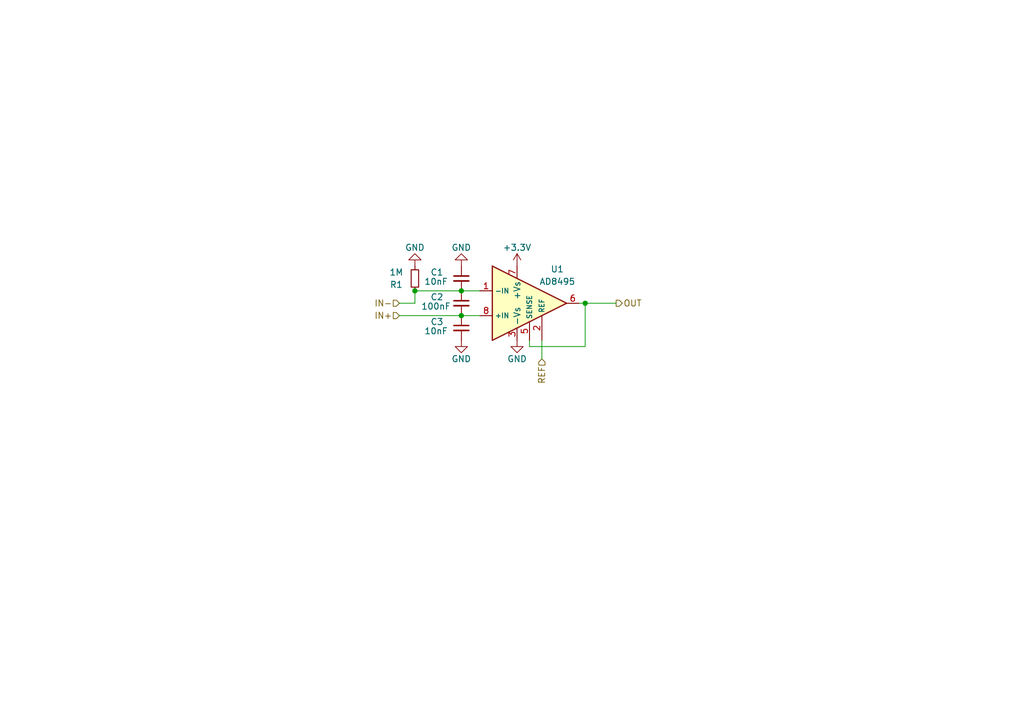
<source format=kicad_sch>
(kicad_sch (version 20230121) (generator eeschema)

  (uuid b4f0b612-9ee7-40b7-a353-6fd54d9a5871)

  (paper "A5")

  (lib_symbols
    (symbol "Device:C_Small" (pin_numbers hide) (pin_names (offset 0.254) hide) (in_bom yes) (on_board yes)
      (property "Reference" "C" (at 0.254 1.778 0)
        (effects (font (size 1.27 1.27)) (justify left))
      )
      (property "Value" "C_Small" (at 0.254 -2.032 0)
        (effects (font (size 1.27 1.27)) (justify left))
      )
      (property "Footprint" "" (at 0 0 0)
        (effects (font (size 1.27 1.27)) hide)
      )
      (property "Datasheet" "~" (at 0 0 0)
        (effects (font (size 1.27 1.27)) hide)
      )
      (property "ki_keywords" "capacitor cap" (at 0 0 0)
        (effects (font (size 1.27 1.27)) hide)
      )
      (property "ki_description" "Unpolarized capacitor, small symbol" (at 0 0 0)
        (effects (font (size 1.27 1.27)) hide)
      )
      (property "ki_fp_filters" "C_*" (at 0 0 0)
        (effects (font (size 1.27 1.27)) hide)
      )
      (symbol "C_Small_0_1"
        (polyline
          (pts
            (xy -1.524 -0.508)
            (xy 1.524 -0.508)
          )
          (stroke (width 0.3302) (type default))
          (fill (type none))
        )
        (polyline
          (pts
            (xy -1.524 0.508)
            (xy 1.524 0.508)
          )
          (stroke (width 0.3048) (type default))
          (fill (type none))
        )
      )
      (symbol "C_Small_1_1"
        (pin passive line (at 0 2.54 270) (length 2.032)
          (name "~" (effects (font (size 1.27 1.27))))
          (number "1" (effects (font (size 1.27 1.27))))
        )
        (pin passive line (at 0 -2.54 90) (length 2.032)
          (name "~" (effects (font (size 1.27 1.27))))
          (number "2" (effects (font (size 1.27 1.27))))
        )
      )
    )
    (symbol "Device:R_Small" (pin_numbers hide) (pin_names (offset 0.254) hide) (in_bom yes) (on_board yes)
      (property "Reference" "R" (at 0.762 0.508 0)
        (effects (font (size 1.27 1.27)) (justify left))
      )
      (property "Value" "R_Small" (at 0.762 -1.016 0)
        (effects (font (size 1.27 1.27)) (justify left))
      )
      (property "Footprint" "" (at 0 0 0)
        (effects (font (size 1.27 1.27)) hide)
      )
      (property "Datasheet" "~" (at 0 0 0)
        (effects (font (size 1.27 1.27)) hide)
      )
      (property "ki_keywords" "R resistor" (at 0 0 0)
        (effects (font (size 1.27 1.27)) hide)
      )
      (property "ki_description" "Resistor, small symbol" (at 0 0 0)
        (effects (font (size 1.27 1.27)) hide)
      )
      (property "ki_fp_filters" "R_*" (at 0 0 0)
        (effects (font (size 1.27 1.27)) hide)
      )
      (symbol "R_Small_0_1"
        (rectangle (start -0.762 1.778) (end 0.762 -1.778)
          (stroke (width 0.2032) (type default))
          (fill (type none))
        )
      )
      (symbol "R_Small_1_1"
        (pin passive line (at 0 2.54 270) (length 0.762)
          (name "~" (effects (font (size 1.27 1.27))))
          (number "1" (effects (font (size 1.27 1.27))))
        )
        (pin passive line (at 0 -2.54 90) (length 0.762)
          (name "~" (effects (font (size 1.27 1.27))))
          (number "2" (effects (font (size 1.27 1.27))))
        )
      )
    )
    (symbol "Sensor_Temperature:AD8495" (in_bom yes) (on_board yes)
      (property "Reference" "U" (at 5.08 3.81 0)
        (effects (font (size 1.27 1.27)))
      )
      (property "Value" "AD8495" (at 8.89 -3.81 0)
        (effects (font (size 1.27 1.27)))
      )
      (property "Footprint" "Package_SO:MSOP-8_3x3mm_P0.65mm" (at 22.86 -6.35 0)
        (effects (font (size 1.27 1.27)) hide)
      )
      (property "Datasheet" "https://www.analog.com/media/en/technical-documentation/data-sheets/ad8494_8495_8496_8497.pdf" (at 0 0 0)
        (effects (font (size 1.27 1.27)) hide)
      )
      (property "ki_keywords" "Thermocouple Amp" (at 0 0 0)
        (effects (font (size 1.27 1.27)) hide)
      )
      (property "ki_description" "Precision Thermocouple Amplifiers with Cold Junction Compensation, K-Type Thermocouple, 0 to 50C, MSOP-8" (at 0 0 0)
        (effects (font (size 1.27 1.27)) hide)
      )
      (property "ki_fp_filters" "MSOP*8*" (at 0 0 0)
        (effects (font (size 1.27 1.27)) hide)
      )
      (symbol "AD8495_0_1"
        (polyline
          (pts
            (xy -7.62 7.62)
            (xy 7.62 0)
            (xy -7.62 -7.62)
            (xy -7.62 7.62)
          )
          (stroke (width 0.254) (type default))
          (fill (type background))
        )
      )
      (symbol "AD8495_1_1"
        (pin input line (at -10.16 2.54 0) (length 2.54)
          (name "-IN" (effects (font (size 1.016 1.016))))
          (number "1" (effects (font (size 1.27 1.27))))
        )
        (pin input line (at 2.54 -7.62 90) (length 5.08)
          (name "REF" (effects (font (size 1.016 1.016))))
          (number "2" (effects (font (size 1.27 1.27))))
        )
        (pin power_in line (at -2.54 -7.62 90) (length 2.54)
          (name "-Vs" (effects (font (size 1.27 1.27))))
          (number "3" (effects (font (size 1.27 1.27))))
        )
        (pin no_connect line (at -5.08 0 180) (length 2.54) hide
          (name "NC" (effects (font (size 1.27 1.27))))
          (number "4" (effects (font (size 1.27 1.27))))
        )
        (pin passive line (at 0 -7.62 90) (length 3.81)
          (name "SENSE" (effects (font (size 1.016 1.016))))
          (number "5" (effects (font (size 1.27 1.27))))
        )
        (pin output line (at 10.16 0 180) (length 2.54)
          (name "~" (effects (font (size 1.27 1.27))))
          (number "6" (effects (font (size 1.27 1.27))))
        )
        (pin power_in line (at -2.54 7.62 270) (length 2.54)
          (name "+Vs" (effects (font (size 1.27 1.27))))
          (number "7" (effects (font (size 1.27 1.27))))
        )
        (pin input line (at -10.16 -2.54 0) (length 2.54)
          (name "+IN" (effects (font (size 1.016 1.016))))
          (number "8" (effects (font (size 1.27 1.27))))
        )
      )
    )
    (symbol "power:+3.3V" (power) (pin_names (offset 0)) (in_bom yes) (on_board yes)
      (property "Reference" "#PWR" (at 0 -3.81 0)
        (effects (font (size 1.27 1.27)) hide)
      )
      (property "Value" "+3.3V" (at 0 3.556 0)
        (effects (font (size 1.27 1.27)))
      )
      (property "Footprint" "" (at 0 0 0)
        (effects (font (size 1.27 1.27)) hide)
      )
      (property "Datasheet" "" (at 0 0 0)
        (effects (font (size 1.27 1.27)) hide)
      )
      (property "ki_keywords" "global power" (at 0 0 0)
        (effects (font (size 1.27 1.27)) hide)
      )
      (property "ki_description" "Power symbol creates a global label with name \"+3.3V\"" (at 0 0 0)
        (effects (font (size 1.27 1.27)) hide)
      )
      (symbol "+3.3V_0_1"
        (polyline
          (pts
            (xy -0.762 1.27)
            (xy 0 2.54)
          )
          (stroke (width 0) (type default))
          (fill (type none))
        )
        (polyline
          (pts
            (xy 0 0)
            (xy 0 2.54)
          )
          (stroke (width 0) (type default))
          (fill (type none))
        )
        (polyline
          (pts
            (xy 0 2.54)
            (xy 0.762 1.27)
          )
          (stroke (width 0) (type default))
          (fill (type none))
        )
      )
      (symbol "+3.3V_1_1"
        (pin power_in line (at 0 0 90) (length 0) hide
          (name "+3.3V" (effects (font (size 1.27 1.27))))
          (number "1" (effects (font (size 1.27 1.27))))
        )
      )
    )
    (symbol "power:GND" (power) (pin_names (offset 0)) (in_bom yes) (on_board yes)
      (property "Reference" "#PWR" (at 0 -6.35 0)
        (effects (font (size 1.27 1.27)) hide)
      )
      (property "Value" "GND" (at 0 -3.81 0)
        (effects (font (size 1.27 1.27)))
      )
      (property "Footprint" "" (at 0 0 0)
        (effects (font (size 1.27 1.27)) hide)
      )
      (property "Datasheet" "" (at 0 0 0)
        (effects (font (size 1.27 1.27)) hide)
      )
      (property "ki_keywords" "global power" (at 0 0 0)
        (effects (font (size 1.27 1.27)) hide)
      )
      (property "ki_description" "Power symbol creates a global label with name \"GND\" , ground" (at 0 0 0)
        (effects (font (size 1.27 1.27)) hide)
      )
      (symbol "GND_0_1"
        (polyline
          (pts
            (xy 0 0)
            (xy 0 -1.27)
            (xy 1.27 -1.27)
            (xy 0 -2.54)
            (xy -1.27 -1.27)
            (xy 0 -1.27)
          )
          (stroke (width 0) (type default))
          (fill (type none))
        )
      )
      (symbol "GND_1_1"
        (pin power_in line (at 0 0 270) (length 0) hide
          (name "GND" (effects (font (size 1.27 1.27))))
          (number "1" (effects (font (size 1.27 1.27))))
        )
      )
    )
  )

  (junction (at 120.015 62.23) (diameter 0) (color 0 0 0 0)
    (uuid 4e20e8fb-7d49-4962-8065-f9648913df75)
  )
  (junction (at 94.615 64.77) (diameter 0) (color 0 0 0 0)
    (uuid 508655b4-912c-4a8f-ba68-c5ceb7db95ef)
  )
  (junction (at 94.615 59.69) (diameter 0) (color 0 0 0 0)
    (uuid 9b9da10f-aeaa-43a0-b3b2-341961d3810f)
  )
  (junction (at 85.09 59.69) (diameter 0) (color 0 0 0 0)
    (uuid f15cdf9f-c1f2-4615-bb47-014da1b7020a)
  )

  (wire (pts (xy 85.09 62.23) (xy 85.09 59.69))
    (stroke (width 0) (type default))
    (uuid 054ee6e5-c7eb-465d-888c-85dceef9b39c)
  )
  (wire (pts (xy 111.125 73.66) (xy 111.125 69.85))
    (stroke (width 0) (type default))
    (uuid 29a1d218-76ea-455f-aaca-ff54f3668d25)
  )
  (wire (pts (xy 94.615 64.77) (xy 98.425 64.77))
    (stroke (width 0) (type default))
    (uuid 2b1f1407-77f2-43fb-9fbc-48d4d871d11e)
  )
  (wire (pts (xy 120.015 62.23) (xy 120.015 71.12))
    (stroke (width 0) (type default))
    (uuid 45c8f930-5631-4844-af15-70314dc11ad8)
  )
  (wire (pts (xy 81.915 62.23) (xy 85.09 62.23))
    (stroke (width 0) (type default))
    (uuid 4c63b59d-c1e1-4569-a2c9-0f5cf0a49f14)
  )
  (wire (pts (xy 94.615 59.69) (xy 98.425 59.69))
    (stroke (width 0) (type default))
    (uuid 5b63cb17-8c85-43e0-a489-b9c3dc2fbcd1)
  )
  (wire (pts (xy 108.585 71.12) (xy 108.585 69.85))
    (stroke (width 0) (type default))
    (uuid 5fa95a69-257e-45b4-8435-ab0d3084b010)
  )
  (wire (pts (xy 81.915 64.77) (xy 94.615 64.77))
    (stroke (width 0) (type default))
    (uuid 6cb90b6d-185e-4f71-9266-ad0a7a755e63)
  )
  (wire (pts (xy 85.09 59.69) (xy 94.615 59.69))
    (stroke (width 0) (type default))
    (uuid a280f40e-e9f8-41cf-a605-97e2560c45e7)
  )
  (wire (pts (xy 120.015 62.23) (xy 126.365 62.23))
    (stroke (width 0) (type default))
    (uuid ab89e293-0194-4bce-aac9-3a944fd97e2b)
  )
  (wire (pts (xy 118.745 62.23) (xy 120.015 62.23))
    (stroke (width 0) (type default))
    (uuid cdb36443-e1d6-4b11-929c-22a1f24ba6c0)
  )
  (wire (pts (xy 120.015 71.12) (xy 108.585 71.12))
    (stroke (width 0) (type default))
    (uuid cfb04c8c-b9cd-41ca-9ea6-524c9d7d12d8)
  )

  (hierarchical_label "OUT" (shape output) (at 126.365 62.23 0) (fields_autoplaced)
    (effects (font (size 1.27 1.27)) (justify left))
    (uuid 3f4f4a47-691b-48ab-8dd8-94bbdb687cae)
  )
  (hierarchical_label "REF" (shape input) (at 111.125 73.66 270) (fields_autoplaced)
    (effects (font (size 1.27 1.27)) (justify right))
    (uuid bbd65d60-ef08-40b3-95b9-2f3ba98aeddd)
  )
  (hierarchical_label "IN+" (shape input) (at 81.915 64.77 180) (fields_autoplaced)
    (effects (font (size 1.27 1.27)) (justify right))
    (uuid ce532b08-ad91-4954-9901-33c274bb5712)
  )
  (hierarchical_label "IN-" (shape input) (at 81.915 62.23 180) (fields_autoplaced)
    (effects (font (size 1.27 1.27)) (justify right))
    (uuid e6811707-44ec-4edf-b9fb-48e5c32acc95)
  )

  (symbol (lib_id "power:GND") (at 94.615 69.85 0) (unit 1)
    (in_bom yes) (on_board yes) (dnp no)
    (uuid 018c73aa-821e-44c9-a610-1396906de092)
    (property "Reference" "#PWR03" (at 94.615 76.2 0)
      (effects (font (size 1.27 1.27)) hide)
    )
    (property "Value" "GND" (at 94.615 73.66 0)
      (effects (font (size 1.27 1.27)))
    )
    (property "Footprint" "" (at 94.615 69.85 0)
      (effects (font (size 1.27 1.27)) hide)
    )
    (property "Datasheet" "" (at 94.615 69.85 0)
      (effects (font (size 1.27 1.27)) hide)
    )
    (pin "1" (uuid 8bdbe6c5-2bea-48d3-b1cf-a49256798dae))
    (instances
      (project "ecu-kicad-v0.4"
        (path "/36cc65d2-4dd3-4f51-bcce-4252e60c9ae8/7701b1cc-30c3-4117-bb83-7be83d0195a2/ecf2c6bd-2b14-4e8a-8e3c-6218c8749933"
          (reference "#PWR03") (unit 1)
        )
      )
    )
  )

  (symbol (lib_id "Device:C_Small") (at 94.615 57.15 0) (unit 1)
    (in_bom yes) (on_board yes) (dnp no)
    (uuid 08102072-c2b2-4435-ba81-990257c33076)
    (property "Reference" "C1" (at 88.265 55.88 0)
      (effects (font (size 1.27 1.27)) (justify left))
    )
    (property "Value" "10nF" (at 86.995 57.785 0)
      (effects (font (size 1.27 1.27)) (justify left))
    )
    (property "Footprint" "Capacitor_SMD:C_0402_1005Metric" (at 94.615 57.15 0)
      (effects (font (size 1.27 1.27)) hide)
    )
    (property "Datasheet" "~" (at 94.615 57.15 0)
      (effects (font (size 1.27 1.27)) hide)
    )
    (property "LCSC" "C15195" (at 94.615 57.15 90)
      (effects (font (size 1.27 1.27)) hide)
    )
    (pin "1" (uuid 39ff116b-edce-4cb4-bb8b-190e9faf0a80))
    (pin "2" (uuid 2bd29553-2a3a-46a2-83df-024a9f418ed5))
    (instances
      (project "ecu-kicad-v0.4"
        (path "/36cc65d2-4dd3-4f51-bcce-4252e60c9ae8/7701b1cc-30c3-4117-bb83-7be83d0195a2/ecf2c6bd-2b14-4e8a-8e3c-6218c8749933"
          (reference "C1") (unit 1)
        )
      )
    )
  )

  (symbol (lib_id "power:GND") (at 85.09 54.61 180) (unit 1)
    (in_bom yes) (on_board yes) (dnp no)
    (uuid 0ce2f60a-a670-49a4-a89b-3657f2873918)
    (property "Reference" "#PWR01" (at 85.09 48.26 0)
      (effects (font (size 1.27 1.27)) hide)
    )
    (property "Value" "GND" (at 85.09 50.8 0)
      (effects (font (size 1.27 1.27)))
    )
    (property "Footprint" "" (at 85.09 54.61 0)
      (effects (font (size 1.27 1.27)) hide)
    )
    (property "Datasheet" "" (at 85.09 54.61 0)
      (effects (font (size 1.27 1.27)) hide)
    )
    (pin "1" (uuid b49c1472-3c52-4d3e-a728-b967c67c854c))
    (instances
      (project "ecu-kicad-v0.4"
        (path "/36cc65d2-4dd3-4f51-bcce-4252e60c9ae8/7701b1cc-30c3-4117-bb83-7be83d0195a2/ecf2c6bd-2b14-4e8a-8e3c-6218c8749933"
          (reference "#PWR01") (unit 1)
        )
      )
    )
  )

  (symbol (lib_id "power:GND") (at 106.045 69.85 0) (unit 1)
    (in_bom yes) (on_board yes) (dnp no)
    (uuid 60e0e125-c1c7-48d3-8fa9-7ac443322cb9)
    (property "Reference" "#PWR05" (at 106.045 76.2 0)
      (effects (font (size 1.27 1.27)) hide)
    )
    (property "Value" "GND" (at 106.045 73.66 0)
      (effects (font (size 1.27 1.27)))
    )
    (property "Footprint" "" (at 106.045 69.85 0)
      (effects (font (size 1.27 1.27)) hide)
    )
    (property "Datasheet" "" (at 106.045 69.85 0)
      (effects (font (size 1.27 1.27)) hide)
    )
    (pin "1" (uuid 23859a3e-41b5-4d27-81c2-fc7072e5940b))
    (instances
      (project "ecu-kicad-v0.4"
        (path "/36cc65d2-4dd3-4f51-bcce-4252e60c9ae8/7701b1cc-30c3-4117-bb83-7be83d0195a2/ecf2c6bd-2b14-4e8a-8e3c-6218c8749933"
          (reference "#PWR05") (unit 1)
        )
      )
    )
  )

  (symbol (lib_id "Device:C_Small") (at 94.615 62.23 0) (unit 1)
    (in_bom yes) (on_board yes) (dnp no)
    (uuid 6b7403f9-344c-49a0-a351-55559c3e550d)
    (property "Reference" "C2" (at 88.265 60.96 0)
      (effects (font (size 1.27 1.27)) (justify left))
    )
    (property "Value" "100nF" (at 86.36 62.865 0)
      (effects (font (size 1.27 1.27)) (justify left))
    )
    (property "Footprint" "Capacitor_SMD:C_0402_1005Metric" (at 94.615 62.23 0)
      (effects (font (size 1.27 1.27)) hide)
    )
    (property "Datasheet" "~" (at 94.615 62.23 0)
      (effects (font (size 1.27 1.27)) hide)
    )
    (property "LCSC" "C307331" (at 94.615 62.23 90)
      (effects (font (size 1.27 1.27)) hide)
    )
    (pin "1" (uuid 63766145-8cfb-4def-b638-839200dd7529))
    (pin "2" (uuid a57cb2a2-926c-4a3a-9db0-0ca63ce89af3))
    (instances
      (project "ecu-kicad-v0.4"
        (path "/36cc65d2-4dd3-4f51-bcce-4252e60c9ae8/7701b1cc-30c3-4117-bb83-7be83d0195a2/ecf2c6bd-2b14-4e8a-8e3c-6218c8749933"
          (reference "C2") (unit 1)
        )
      )
    )
  )

  (symbol (lib_id "power:+3.3V") (at 106.045 54.61 0) (unit 1)
    (in_bom yes) (on_board yes) (dnp no)
    (uuid 8b5ef07b-8543-4092-accf-986feedc25dc)
    (property "Reference" "#PWR04" (at 106.045 58.42 0)
      (effects (font (size 1.27 1.27)) hide)
    )
    (property "Value" "+3.3V" (at 106.045 50.8 0)
      (effects (font (size 1.27 1.27)))
    )
    (property "Footprint" "" (at 106.045 54.61 0)
      (effects (font (size 1.27 1.27)) hide)
    )
    (property "Datasheet" "" (at 106.045 54.61 0)
      (effects (font (size 1.27 1.27)) hide)
    )
    (pin "1" (uuid 8e73d64c-db09-4986-919a-799e1bc3ffe6))
    (instances
      (project "ecu-kicad-v0.4"
        (path "/36cc65d2-4dd3-4f51-bcce-4252e60c9ae8/7701b1cc-30c3-4117-bb83-7be83d0195a2/ecf2c6bd-2b14-4e8a-8e3c-6218c8749933"
          (reference "#PWR04") (unit 1)
        )
      )
    )
  )

  (symbol (lib_id "Device:C_Small") (at 94.615 67.31 0) (unit 1)
    (in_bom yes) (on_board yes) (dnp no)
    (uuid abf83678-f094-4d01-9fef-65d7894d1e75)
    (property "Reference" "C3" (at 88.265 66.04 0)
      (effects (font (size 1.27 1.27)) (justify left))
    )
    (property "Value" "10nF" (at 86.995 67.945 0)
      (effects (font (size 1.27 1.27)) (justify left))
    )
    (property "Footprint" "Capacitor_SMD:C_0402_1005Metric" (at 94.615 67.31 0)
      (effects (font (size 1.27 1.27)) hide)
    )
    (property "Datasheet" "~" (at 94.615 67.31 0)
      (effects (font (size 1.27 1.27)) hide)
    )
    (property "LCSC" "C15195" (at 94.615 67.31 90)
      (effects (font (size 1.27 1.27)) hide)
    )
    (pin "1" (uuid 2d566807-e923-4637-881c-5986c3e52d55))
    (pin "2" (uuid d908dcda-fb3c-41ea-a52e-7aad21532a05))
    (instances
      (project "ecu-kicad-v0.4"
        (path "/36cc65d2-4dd3-4f51-bcce-4252e60c9ae8/7701b1cc-30c3-4117-bb83-7be83d0195a2/ecf2c6bd-2b14-4e8a-8e3c-6218c8749933"
          (reference "C3") (unit 1)
        )
      )
    )
  )

  (symbol (lib_id "Sensor_Temperature:AD8495") (at 108.585 62.23 0) (unit 1)
    (in_bom yes) (on_board yes) (dnp no)
    (uuid d3ff8704-4e04-4e19-9bc8-b2d35c6d501a)
    (property "Reference" "U1" (at 114.3 55.245 0)
      (effects (font (size 1.27 1.27)))
    )
    (property "Value" "AD8495" (at 114.3 57.785 0)
      (effects (font (size 1.27 1.27)))
    )
    (property "Footprint" "Package_SO:MSOP-8_3x3mm_P0.65mm" (at 131.445 68.58 0)
      (effects (font (size 1.27 1.27)) hide)
    )
    (property "Datasheet" "https://www.analog.com/media/en/technical-documentation/data-sheets/ad8494_8495_8496_8497.pdf" (at 108.585 62.23 0)
      (effects (font (size 1.27 1.27)) hide)
    )
    (property "LCSC" "C59658" (at 108.585 62.23 0)
      (effects (font (size 1.27 1.27)) hide)
    )
    (pin "7" (uuid 5e9975bd-d8fe-4490-bd3a-6bd17a4e4cfc))
    (pin "5" (uuid 81d3f5dd-64d9-466c-94eb-f3bf51875dc2))
    (pin "3" (uuid 0d7762b7-ceb9-4100-bbc0-e0e8ff1d23d2))
    (pin "4" (uuid 5055c02e-fe54-4c6a-a086-141a55d42cae))
    (pin "6" (uuid e574b8d1-2f58-4c83-92ae-2836c10d76b6))
    (pin "2" (uuid 6ca6d8fd-882c-4731-b205-465fd5e09dc8))
    (pin "8" (uuid fd58e382-479c-4699-9c7c-4657a45dc9d1))
    (pin "1" (uuid 85cb31b6-15e2-47bb-bd5a-bd8f2c1cff4f))
    (instances
      (project "ecu-kicad-v0.4"
        (path "/36cc65d2-4dd3-4f51-bcce-4252e60c9ae8/7701b1cc-30c3-4117-bb83-7be83d0195a2/ecf2c6bd-2b14-4e8a-8e3c-6218c8749933"
          (reference "U1") (unit 1)
        )
      )
    )
  )

  (symbol (lib_id "power:GND") (at 94.615 54.61 180) (unit 1)
    (in_bom yes) (on_board yes) (dnp no)
    (uuid e4bc097c-f09a-45e9-b7c7-930ce0e74db2)
    (property "Reference" "#PWR02" (at 94.615 48.26 0)
      (effects (font (size 1.27 1.27)) hide)
    )
    (property "Value" "GND" (at 94.615 50.8 0)
      (effects (font (size 1.27 1.27)))
    )
    (property "Footprint" "" (at 94.615 54.61 0)
      (effects (font (size 1.27 1.27)) hide)
    )
    (property "Datasheet" "" (at 94.615 54.61 0)
      (effects (font (size 1.27 1.27)) hide)
    )
    (pin "1" (uuid 9d5cd236-99ac-49ce-a365-ebd79ed7c252))
    (instances
      (project "ecu-kicad-v0.4"
        (path "/36cc65d2-4dd3-4f51-bcce-4252e60c9ae8/7701b1cc-30c3-4117-bb83-7be83d0195a2/ecf2c6bd-2b14-4e8a-8e3c-6218c8749933"
          (reference "#PWR02") (unit 1)
        )
      )
    )
  )

  (symbol (lib_id "Device:R_Small") (at 85.09 57.15 180) (unit 1)
    (in_bom yes) (on_board yes) (dnp no)
    (uuid ed9fa3d5-92aa-434b-b106-5f1bb4d9602f)
    (property "Reference" "R1" (at 81.28 58.42 0)
      (effects (font (size 1.27 1.27)))
    )
    (property "Value" "1M" (at 81.28 55.88 0)
      (effects (font (size 1.27 1.27)))
    )
    (property "Footprint" "Resistor_SMD:R_0603_1608Metric_Pad0.98x0.95mm_HandSolder" (at 85.09 57.15 0)
      (effects (font (size 1.27 1.27)) hide)
    )
    (property "Datasheet" "~" (at 85.09 57.15 0)
      (effects (font (size 1.27 1.27)) hide)
    )
    (property "LCSC" "C26083" (at 85.09 57.15 0)
      (effects (font (size 1.27 1.27)) hide)
    )
    (pin "1" (uuid 2c4a0d65-ea73-4226-94e9-3c7d1574e23b))
    (pin "2" (uuid 272caa14-1428-447a-9b05-0d52a9d19409))
    (instances
      (project "ecu-kicad-v0.4"
        (path "/36cc65d2-4dd3-4f51-bcce-4252e60c9ae8/7701b1cc-30c3-4117-bb83-7be83d0195a2/ecf2c6bd-2b14-4e8a-8e3c-6218c8749933"
          (reference "R1") (unit 1)
        )
      )
    )
  )
)

</source>
